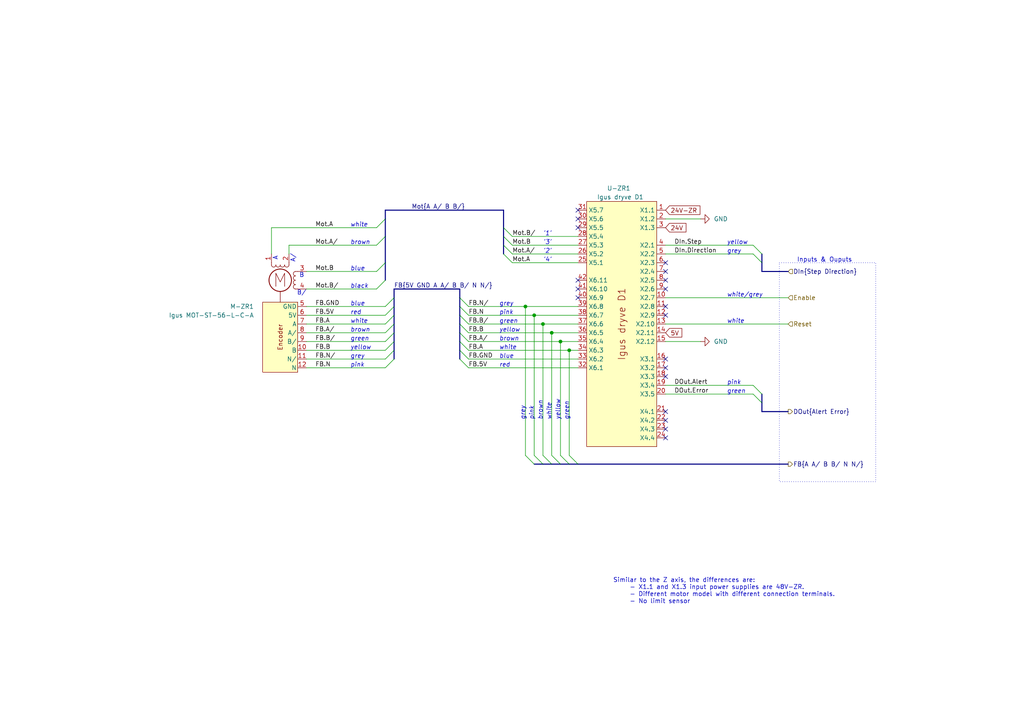
<source format=kicad_sch>
(kicad_sch (version 20250114) (generator "eeschema") (generator_version "9.0")
  (paper "A4")
  (title_block (title "Gantry Robot - Axis Z Rotation") (date "2024-03-18") (company "CITIC Research Center & Department of Computer Engineering, University of A Coruña."))
  (lib_symbols
    (symbol "Gantry_Robot_Components:Igus_dryve_D1"
      (property "Reference" "U" (at 40.64 12.7 0))
      (property "Value" "Igus dryve D1" (at 25.4 -12.7 0))
      (symbol "Igus_dryve_D1_1_1"
        (rectangle (start -35.56 10.16) (end 35.56 -10.16) (fill (type background)))
        (text "Igus dryve D1" (at 0 0 0) (effects (font (size 2 2))))
        (pin power_in line (at -33.02 12.7 270) (length 2.54) (name "X1.1") (number "1"))
        (pin power_out line (at -33.02 -12.7 90) (length 2.54) (name "X5.7") (number "31"))
        (pin power_in line (at -30.48 12.7 270) (length 2.54) (name "X1.2") (number "2"))
        (pin power_out line (at -30.48 -12.7 90) (length 2.54) (name "X5.6") (number "30"))
        (pin power_in line (at -27.94 12.7 270) (length 2.54) (name "X1.3") (number "3"))
        (pin passive line (at -27.94 -12.7 90) (length 2.54) (name "X5.5") (number "29"))
        (pin passive line (at -25.4 -12.7 90) (length 2.54) (name "X5.4") (number "28"))
        (pin input line (at -22.86 12.7 270) (length 2.54) (name "X2.1") (number "4"))
        (pin passive line (at -22.86 -12.7 90) (length 2.54) (name "X5.3") (number "27"))
        (pin input line (at -20.32 12.7 270) (length 2.54) (name "X2.2") (number "5"))
        (pin passive line (at -20.32 -12.7 90) (length 2.54) (name "X5.2") (number "26"))
        (pin input line (at -17.78 12.7 270) (length 2.54) (name "X2.3") (number "6"))
        (pin passive line (at -17.78 -12.7 90) (length 2.54) (name "X5.1") (number "25"))
        (pin input line (at -15.24 12.7 270) (length 2.54) (name "X2.4") (number "7"))
        (pin input line (at -12.7 12.7 270) (length 2.54) (name "X2.5") (number "8"))
        (pin input line (at -12.7 -12.7 90) (length 2.54) (name "X6.11") (number "42"))
        (pin input line (at -10.16 12.7 270) (length 2.54) (name "X2.6") (number "9"))
        (pin input line (at -10.16 -12.7 90) (length 2.54) (name "X6.10") (number "41"))
        (pin input line (at -7.62 12.7 270) (length 2.54) (name "X2.7") (number "10"))
        (pin input line (at -7.62 -12.7 90) (length 2.54) (name "X6.9") (number "40"))
        (pin input line (at -5.08 12.7 270) (length 2.54) (name "X2.8") (number "11"))
        (pin input line (at -5.08 -12.7 90) (length 2.54) (name "X6.8") (number "39"))
        (pin input line (at -2.54 12.7 270) (length 2.54) (name "X2.9") (number "12"))
        (pin input line (at -2.54 -12.7 90) (length 2.54) (name "X6.7") (number "38"))
        (pin input line (at 0 12.7 270) (length 2.54) (name "X2.10") (number "13"))
        (pin input line (at 0 -12.7 90) (length 2.54) (name "X6.6") (number "37"))
        (pin power_in line (at 2.54 12.7 270) (length 2.54) (name "X2.11") (number "14"))
        (pin input line (at 2.54 -12.7 90) (length 2.54) (name "X6.5") (number "36"))
        (pin power_in line (at 5.08 12.7 270) (length 2.54) (name "X2.12") (number "15"))
        (pin input line (at 5.08 -12.7 90) (length 2.54) (name "X6.4") (number "35"))
        (pin input line (at 7.62 -12.7 90) (length 2.54) (name "X6.3") (number "34"))
        (pin output line (at 10.16 12.7 270) (length 2.54) (name "X3.1") (number "16"))
        (pin power_out line (at 10.16 -12.7 90) (length 2.54) (name "X6.2") (number "33"))
        (pin output line (at 12.7 12.7 270) (length 2.54) (name "X3.2") (number "17"))
        (pin power_out line (at 12.7 -12.7 90) (length 2.54) (name "X6.1") (number "32"))
        (pin output line (at 15.24 12.7 270) (length 2.54) (name "X3.3") (number "18"))
        (pin output line (at 17.78 12.7 270) (length 2.54) (name "X3.4") (number "19"))
        (pin output line (at 20.32 12.7 270) (length 2.54) (name "X3.5") (number "20"))
        (pin power_out line (at 25.4 12.7 270) (length 2.54) (name "X4.1") (number "21"))
        (pin input line (at 27.94 12.7 270) (length 2.54) (name "X4.2") (number "22"))
        (pin input line (at 30.48 12.7 270) (length 2.54) (name "X4.3") (number "23"))
        (pin power_out line (at 33.02 12.7 270) (length 2.54) (name "X4.4") (number "24"))
      )
    )
    (symbol "Gantry_Robot_Components:Stepper_Motor_Bipolar_with_RS-422_Encoder" (pin_names (offset 0.3))
      (property "Reference" "M" (at 7.62 -11.43 0))
      (property "Value" "Stepper_Motor_Bipolar_with_RS-422_Encoder" (at 7.62 -12.7 0))
      (symbol "Stepper_Motor_Bipolar_with_RS-422_Encoder_0_0"
        (polyline (pts (xy -1.27 -1.778) (xy -1.27 2.032) (xy 0 -0.508) (xy 1.27 2.032) (xy 1.27 -1.778)))
      )
      (symbol "Stepper_Motor_Bipolar_with_RS-422_Encoder_0_1"
        (polyline (pts (xy -5.08 2.54) (xy -4.445 2.54)))
        (polyline (pts (xy -5.08 -2.54) (xy -4.445 -2.54)))
        (arc (start -4.445 2.54) (mid -3.8127 1.905) (end -4.445 1.27))
        (arc (start -4.445 1.27) (mid -3.8127 0.635) (end -4.445 0))
        (arc (start -4.445 0) (mid -3.8127 -0.635) (end -4.445 -1.27))
        (arc (start -4.445 -1.27) (mid -3.8127 -1.905) (end -4.445 -2.54))
        (polyline (pts (xy -2.54 5.08) (xy -2.54 4.445)))
        (arc (start -1.27 4.445) (mid -1.905 3.8127) (end -2.54 4.445))
        (arc (start 0 4.445) (mid -0.635 3.8127) (end -1.27 4.445))
        (circle (center 0 0) (radius 3.2512) (stroke (width 0.254)))
        (polyline (pts (xy 0 -3.302) (xy 0 -6.35)))
        (arc (start 1.27 4.445) (mid 0.635 3.8127) (end 0 4.445))
        (arc (start 2.54 4.445) (mid 1.905 3.8127) (end 1.27 4.445))
        (polyline (pts (xy 2.54 5.08) (xy 2.54 4.445)))
      )
      (symbol "Stepper_Motor_Bipolar_with_RS-422_Encoder_1_1"
        (rectangle (start -5.08 -6.35) (end 5.08 -26.67) (fill (type background)))
        (text "Encoder" (at 0 -16.51 900) (effects (font (size 1.27 1.27))))
        (pin passive line (at -7.62 2.54 0) (length 2.54) (name "~") (number "3"))
        (pin passive line (at -7.62 -2.54 0) (length 2.54) (name "~") (number "4"))
        (pin power_in line (at -7.62 -7.62 0) (length 2.54) (name "GND") (number "5"))
        (pin power_in line (at -7.62 -10.16 0) (length 2.54) (name "5V") (number "6"))
        (pin output line (at -7.62 -12.7 0) (length 2.54) (name "A") (number "7"))
        (pin output line (at -7.62 -15.24 0) (length 2.54) (name "A/") (number "8"))
        (pin output line (at -7.62 -17.78 0) (length 2.54) (name "B/") (number "9"))
        (pin output line (at -7.62 -20.32 0) (length 2.54) (name "B") (number "10"))
        (pin output line (at -7.62 -22.86 0) (length 2.54) (name "N/") (number "11"))
        (pin output line (at -7.62 -25.4 0) (length 2.54) (name "N") (number "12"))
        (pin passive line (at -2.54 7.62 270) (length 2.54) (name "~") (number "2"))
        (pin passive line (at 2.54 7.62 270) (length 2.54) (name "~") (number "1"))
      )
    )
    (symbol "power:GND" (power) (pin_names (offset 0))
      (property "Value" "GND" (at 0 -3.81 0))
      (symbol "GND_0_1"
        (polyline (pts (xy 0 0) (xy 0 -1.27) (xy 1.27 -1.27) (xy 0 -2.54) (xy -1.27 -1.27) (xy 0 -1.27)))
      )
      (symbol "GND_1_1"
        (pin power_in line (at 0 0 270) (length 0) (hide yes) (name "GND") (number "1"))
      )
    )
  )
  (rectangle (start 226.06 76.2) (end 254 139.7) (stroke (width 0) (type dot)))
  (text "pink" (at 101.6 106.68 0) (effects (font (size 1.27 1.27) (italic yes)) (justify left bottom)))
  (text "Inputs & Ouputs" (at 231.14 76.2 0) (effects (font (size 1.27 1.27)) (justify left bottom)))
  (text "red" (at 144.78 106.68 0) (effects (font (size 1.27 1.27) (italic yes)) (justify left bottom)))
  (text "green" (at 101.6 99.06 0) (effects (font (size 1.27 1.27) (italic yes)) (justify left bottom)))
  (text "grey" (at 101.6 104.14 0) (effects (font (size 1.27 1.27) (italic yes)) (justify left bottom)))
  (text "B/" (at 88.9 85.725 0) (effects (font (size 1.27 1.27)) (justify right bottom)))
  (text "red" (at 101.6 91.44 0) (effects (font (size 1.27 1.27) (italic yes)) (justify left bottom)))
  (text "B" (at 88.265 80.645 0) (effects (font (size 1.27 1.27)) (justify right bottom)))
  (text "yellow" (at 144.78 96.52 0) (effects (font (size 1.27 1.27) (italic yes)) (justify left bottom)))
  (text "grey" (at 144.78 88.9 0) (effects (font (size 1.27 1.27) (italic yes)) (justify left bottom)))
  (text "'4'" (at 157.48 76.2 0) (effects (font (size 1.27 1.27) (italic yes)) (justify left bottom)))
  (text "grey" (at 152.4 121.92 90) (effects (font (size 1.27 1.27) (italic yes)) (justify left bottom)))
  (text "'3'" (at 157.48 71.12 0) (effects (font (size 1.27 1.27) (italic yes)) (justify left bottom)))
  (text "green" (at 144.78 93.98 0) (effects (font (size 1.27 1.27) (italic yes)) (justify left bottom)))
  (text "white" (at 210.82 93.98 0) (effects (font (size 1.27 1.27) (italic yes)) (justify left bottom)))
  (text "green" (at 165.1 121.92 90) (effects (font (size 1.27 1.27) (italic yes)) (justify left bottom)))
  (text "brown" (at 101.6 96.52 0) (effects (font (size 1.27 1.27) (italic yes)) (justify left bottom)))
  (text "brown" (at 101.6 71.12 0) (effects (font (size 1.27 1.27) (italic yes)) (justify left bottom)))
  (text "white" (at 101.6 93.98 0) (effects (font (size 1.27 1.27) (italic yes)) (justify left bottom)))
  (text "'2'" (at 157.48 73.66 0) (effects (font (size 1.27 1.27) (italic yes)) (justify left bottom)))
  (text "pink" (at 210.82 111.76 0) (effects (font (size 1.27 1.27) (italic yes)) (justify left bottom)))
  (text "green" (at 210.82 114.3 0) (effects (font (size 1.27 1.27) (italic yes)) (justify left bottom)))
  (text "yellow" (at 210.82 71.12 0) (effects (font (size 1.27 1.27) (italic yes)) (justify left bottom)))
  (text "black" (at 101.6 83.82 0) (effects (font (size 1.27 1.27) (italic yes)) (justify left bottom)))
  (text "blue" (at 101.6 88.9 0) (effects (font (size 1.27 1.27) (italic yes)) (justify left bottom)))
  (text "white/grey" (at 210.82 86.36 0) (effects (font (size 1.27 1.27) (italic yes)) (justify left bottom)))
  (text "pink" (at 144.78 91.44 0) (effects (font (size 1.27 1.27) (italic yes)) (justify left bottom)))
  (text "yellow" (at 162.56 121.92 90) (effects (font (size 1.27 1.27) (italic yes)) (justify left bottom)))
  (text "grey" (at 210.82 73.66 0) (effects (font (size 1.27 1.27) (italic yes)) (justify left bottom)))
  (text "brown" (at 144.78 99.06 0) (effects (font (size 1.27 1.27) (italic yes)) (justify left bottom)))
  (text "blue" (at 101.6 78.74 0) (effects (font (size 1.27 1.27) (italic yes)) (justify left bottom)))
  (text "'1'" (at 157.48 68.58 0) (effects (font (size 1.27 1.27) (italic yes)) (justify left bottom)))
  (text "A" (at 80.645 75.565 90) (effects (font (size 1.27 1.27)) (justify left bottom)))
  (text "yellow" (at 101.6 101.6 0) (effects (font (size 1.27 1.27) (italic yes)) (justify left bottom)))
  (text "white" (at 101.6 66.04 0) (effects (font (size 1.27 1.27) (italic yes)) (justify left bottom)))
  (text "Similar to the Z axis, the differences are:\n	- X1.1 and X1.3 input power supplies are 48V-ZR.\n	- Different motor model with different connection terminals.\n	- No limit sensor" (at 177.8 175.26 0) (effects (font (size 1.27 1.27)) (justify left bottom)))
  (text "A/" (at 85.725 76.2 90) (effects (font (size 1.27 1.27)) (justify left bottom)))
  (text "brown" (at 157.48 121.92 90) (effects (font (size 1.27 1.27) (italic yes)) (justify left bottom)))
  (text "blue" (at 144.78 104.14 0) (effects (font (size 1.27 1.27) (italic yes)) (justify left bottom)))
  (text "pink" (at 154.94 121.92 90) (effects (font (size 1.27 1.27) (italic yes)) (justify left bottom)))
  (text "white" (at 144.78 101.6 0) (effects (font (size 1.27 1.27) (italic yes)) (justify left bottom)))
  (text "white" (at 160.02 121.92 90) (effects (font (size 1.27 1.27) (italic yes)) (justify left bottom)))
  (junction (at 152.4 88.9))
  (junction (at 157.48 93.98))
  (junction (at 162.56 99.06))
  (junction (at 160.02 96.52))
  (junction (at 165.1 101.6))
  (junction (at 154.94 91.44))
  (no_connect (at 167.64 83.82))
  (no_connect (at 167.64 66.04))
  (no_connect (at 167.64 86.36))
  (no_connect (at 193.04 78.74))
  (no_connect (at 193.04 81.28))
  (no_connect (at 193.04 83.82))
  (no_connect (at 193.04 106.68))
  (no_connect (at 193.04 121.92))
  (no_connect (at 193.04 127))
  (no_connect (at 193.04 104.14))
  (no_connect (at 167.64 60.96))
  (no_connect (at 167.64 63.5))
  (no_connect (at 193.04 88.9))
  (no_connect (at 167.64 81.28))
  (no_connect (at 193.04 119.38))
  (no_connect (at 193.04 76.2))
  (no_connect (at 193.04 109.22))
  (no_connect (at 193.04 91.44))
  (no_connect (at 193.04 124.46))
  (bus_entry (at 109.22 66.04) (size 2.54 -2.54))
  (bus_entry (at 133.35 104.14) (size 2.54 2.54))
  (bus_entry (at 111.76 91.44) (size 2.54 -2.54))
  (bus_entry (at 148.59 76.2) (size -2.54 -2.54))
  (bus_entry (at 111.76 106.68) (size 2.54 -2.54))
  (bus_entry (at 218.44 111.76) (size 2.54 2.54))
  (bus_entry (at 111.76 93.98) (size 2.54 -2.54))
  (bus_entry (at 154.94 132.08) (size 2.54 2.54))
  (bus_entry (at 148.59 73.66) (size -2.54 -2.54))
  (bus_entry (at 133.35 101.6) (size 2.54 2.54))
  (bus_entry (at 218.44 71.12) (size 2.54 2.54))
  (bus_entry (at 218.44 114.3) (size 2.54 2.54))
  (bus_entry (at 218.44 73.66) (size 2.54 2.54))
  (bus_entry (at 111.76 104.14) (size 2.54 -2.54))
  (bus_entry (at 157.48 132.08) (size 2.54 2.54))
  (bus_entry (at 111.76 96.52) (size 2.54 -2.54))
  (bus_entry (at 109.22 83.82) (size 2.54 -2.54))
  (bus_entry (at 133.35 96.52) (size 2.54 2.54))
  (bus_entry (at 160.02 132.08) (size 2.54 2.54))
  (bus_entry (at 111.76 99.06) (size 2.54 -2.54))
  (bus_entry (at 162.56 132.08) (size 2.54 2.54))
  (bus_entry (at 109.22 78.74) (size 2.54 -2.54))
  (bus_entry (at 152.4 132.08) (size 2.54 2.54))
  (bus_entry (at 148.59 68.58) (size -2.54 -2.54))
  (bus_entry (at 111.76 101.6) (size 2.54 -2.54))
  (bus_entry (at 148.59 71.12) (size -2.54 -2.54))
  (bus_entry (at 109.22 71.12) (size 2.54 -2.54))
  (bus_entry (at 135.89 88.9) (size -2.54 -2.54))
  (bus_entry (at 133.35 91.44) (size 2.54 2.54))
  (bus_entry (at 133.35 93.98) (size 2.54 2.54))
  (bus_entry (at 165.1 132.08) (size 2.54 2.54))
  (bus_entry (at 133.35 88.9) (size 2.54 2.54))
  (bus_entry (at 111.76 88.9) (size 2.54 -2.54))
  (bus_entry (at 133.35 99.06) (size 2.54 2.54))
  (bus (pts (xy 167.64 134.62) (xy 228.6 134.62)))
  (bus (pts (xy 220.98 116.84) (xy 220.98 119.38)))
  (wire (pts (xy 162.56 99.06) (xy 167.64 99.06)))
  (wire (pts (xy 88.9 83.82) (xy 109.22 83.82)))
  (bus (pts (xy 160.02 134.62) (xy 162.56 134.62)))
  (wire (pts (xy 78.74 66.04) (xy 109.22 66.04)))
  (wire (pts (xy 162.56 99.06) (xy 162.56 132.08)))
  (wire (pts (xy 203.2 99.06) (xy 193.04 99.06)))
  (wire (pts (xy 88.9 106.68) (xy 111.76 106.68)))
  (wire (pts (xy 160.02 96.52) (xy 167.64 96.52)))
  (wire (pts (xy 157.48 93.98) (xy 135.89 93.98)))
  (bus (pts (xy 111.76 76.2) (xy 111.76 81.28)))
  (wire (pts (xy 165.1 101.6) (xy 165.1 132.08)))
  (wire (pts (xy 160.02 96.52) (xy 135.89 96.52)))
  (wire (pts (xy 167.64 106.68) (xy 135.89 106.68)))
  (bus (pts (xy 111.76 63.5) (xy 111.76 68.58)))
  (bus (pts (xy 220.98 73.66) (xy 220.98 76.2)))
  (bus (pts (xy 114.3 96.52) (xy 114.3 99.06)))
  (bus (pts (xy 133.35 83.82) (xy 133.35 86.36)))
  (wire (pts (xy 157.48 93.98) (xy 157.48 132.08)))
  (bus (pts (xy 133.35 101.6) (xy 133.35 99.06)))
  (wire (pts (xy 193.04 73.66) (xy 218.44 73.66)))
  (bus (pts (xy 133.35 91.44) (xy 133.35 88.9)))
  (wire (pts (xy 152.4 88.9) (xy 152.4 132.08)))
  (wire (pts (xy 167.64 71.12) (xy 148.59 71.12)))
  (wire (pts (xy 193.04 86.36) (xy 228.6 86.36)))
  (bus (pts (xy 165.1 134.62) (xy 167.64 134.62)))
  (wire (pts (xy 218.44 114.3) (xy 193.04 114.3)))
  (bus (pts (xy 146.05 66.04) (xy 146.05 60.96)))
  (wire (pts (xy 160.02 96.52) (xy 160.02 132.08)))
  (wire (pts (xy 88.9 78.74) (xy 109.22 78.74)))
  (wire (pts (xy 152.4 88.9) (xy 135.89 88.9)))
  (wire (pts (xy 167.64 68.58) (xy 148.59 68.58)))
  (bus (pts (xy 111.76 60.96) (xy 111.76 63.5)))
  (wire (pts (xy 88.9 99.06) (xy 111.76 99.06)))
  (wire (pts (xy 167.64 76.2) (xy 148.59 76.2)))
  (bus (pts (xy 133.35 88.9) (xy 133.35 86.36)))
  (bus (pts (xy 220.98 119.38) (xy 228.6 119.38)))
  (bus (pts (xy 114.3 99.06) (xy 114.3 101.6)))
  (wire (pts (xy 152.4 88.9) (xy 167.64 88.9)))
  (wire (pts (xy 154.94 91.44) (xy 135.89 91.44)))
  (bus (pts (xy 114.3 93.98) (xy 114.3 96.52)))
  (bus (pts (xy 114.3 91.44) (xy 114.3 93.98)))
  (wire (pts (xy 88.9 101.6) (xy 111.76 101.6)))
  (wire (pts (xy 167.64 73.66) (xy 148.59 73.66)))
  (bus (pts (xy 220.98 114.3) (xy 220.98 116.84)))
  (wire (pts (xy 167.64 101.6) (xy 165.1 101.6)))
  (bus (pts (xy 133.35 99.06) (xy 133.35 96.52)))
  (wire (pts (xy 83.82 73.66) (xy 83.82 71.12)))
  (wire (pts (xy 193.04 71.12) (xy 218.44 71.12)))
  (wire (pts (xy 154.94 91.44) (xy 167.64 91.44)))
  (bus (pts (xy 114.3 83.82) (xy 133.35 83.82)))
  (wire (pts (xy 88.9 91.44) (xy 111.76 91.44)))
  (bus (pts (xy 114.3 88.9) (xy 114.3 91.44)))
  (bus (pts (xy 146.05 66.04) (xy 146.05 68.58)))
  (wire (pts (xy 162.56 99.06) (xy 135.89 99.06)))
  (bus (pts (xy 154.94 134.62) (xy 157.48 134.62)))
  (wire (pts (xy 165.1 101.6) (xy 135.89 101.6)))
  (bus (pts (xy 157.48 134.62) (xy 160.02 134.62)))
  (wire (pts (xy 88.9 93.98) (xy 111.76 93.98)))
  (wire (pts (xy 83.82 71.12) (xy 109.22 71.12)))
  (bus (pts (xy 114.3 86.36) (xy 114.3 88.9)))
  (wire (pts (xy 193.04 93.98) (xy 228.6 93.98)))
  (bus (pts (xy 114.3 101.6) (xy 114.3 104.14)))
  (wire (pts (xy 135.89 104.14) (xy 167.64 104.14)))
  (bus (pts (xy 146.05 71.12) (xy 146.05 73.66)))
  (wire (pts (xy 193.04 63.5) (xy 203.2 63.5)))
  (bus (pts (xy 133.35 96.52) (xy 133.35 93.98)))
  (bus (pts (xy 111.76 68.58) (xy 111.76 76.2)))
  (wire (pts (xy 78.74 73.66) (xy 78.74 66.04)))
  (bus (pts (xy 220.98 78.74) (xy 228.6 78.74)))
  (bus (pts (xy 146.05 68.58) (xy 146.05 71.12)))
  (wire (pts (xy 88.9 104.14) (xy 111.76 104.14)))
  (bus (pts (xy 133.35 104.14) (xy 133.35 101.6)))
  (wire (pts (xy 157.48 93.98) (xy 167.64 93.98)))
  (wire (pts (xy 88.9 96.52) (xy 111.76 96.52)))
  (bus (pts (xy 111.76 60.96) (xy 146.05 60.96)))
  (bus (pts (xy 114.3 86.36) (xy 114.3 83.82)))
  (bus (pts (xy 133.35 93.98) (xy 133.35 91.44)))
  (wire (pts (xy 154.94 91.44) (xy 154.94 132.08)))
  (bus (pts (xy 220.98 76.2) (xy 220.98 78.74)))
  (wire (pts (xy 218.44 111.76) (xy 193.04 111.76)))
  (wire (pts (xy 88.9 88.9) (xy 111.76 88.9)))
  (bus (pts (xy 162.56 134.62) (xy 165.1 134.62)))
  (label "DOut.Error" (at 195.58 114.3 0))
  (label "FB.N{slash}" (at 91.44 104.14 0))
  (label "Mot.B" (at 148.59 71.12 0))
  (label "Mot.A" (at 91.44 66.04 0))
  (label "FB.5V" (at 91.44 91.44 0))
  (label "Mot.A{slash}" (at 148.59 73.66 0))
  (label "FB.A" (at 91.44 93.98 0))
  (label "Mot.A" (at 148.59 76.2 0))
  (label "FB.N{slash}" (at 135.89 88.9 0))
  (label "Mot.B" (at 91.44 78.74 0))
  (label "FB.A" (at 135.89 101.6 0))
  (label "FB.B{slash}" (at 135.89 93.98 0))
  (label "DIn.Step" (at 195.58 71.12 0))
  (label "FB.N" (at 91.44 106.68 0))
  (label "Mot.B{slash}" (at 148.59 68.58 0))
  (label "FB.N" (at 135.89 91.44 0))
  (label "FB.A{slash}" (at 135.89 99.06 0))
  (label "FB.GND" (at 135.89 104.14 0))
  (label "FB.5V" (at 135.89 106.68 0))
  (label "Mot.B{slash}" (at 91.44 83.82 0))
  (label "Mot{A A{slash} B B{slash}}" (at 119.38 60.96 0))
  (label "FB.A{slash}" (at 91.44 96.52 0))
  (label "Mot.A{slash}" (at 91.44 71.12 0))
  (label "FB.B" (at 91.44 101.6 0))
  (label "FB.B{slash}" (at 91.44 99.06 0))
  (label "DIn.Direction" (at 195.58 73.66 0))
  (label "FB.B" (at 135.89 96.52 0))
  (label "FB.GND" (at 91.44 88.9 0))
  (label "FB{5V GND A A{slash} B B{slash} N N{slash}}" (at 114.3 83.82 0))
  (label "DOut.Alert" (at 195.58 111.76 0))
  (global_label "24V-ZR" (shape input) (at 193.04 60.96 0) (property "Intersheetrefs" "${INTERSHEET_REFS}" (effects (hide yes))))
  (global_label "5V" (shape input) (at 193.04 96.52 0) (property "Intersheetrefs" "${INTERSHEET_REFS}" (effects (hide yes))))
  (global_label "24V" (shape input) (at 193.04 66.04 0) (property "Intersheetrefs" "${INTERSHEET_REFS}" (effects (hide yes))))
  (hierarchical_label "DIn{Step Direction}" (shape input) (at 228.6 78.74 0))
  (hierarchical_label "Enable" (shape input) (at 228.6 86.36 0))
  (hierarchical_label "FB{A A{slash} B B{slash} N N{slash}}" (shape output) (at 228.6 134.62 0))
  (hierarchical_label "Reset" (shape input) (at 228.6 93.98 0))
  (hierarchical_label "DOut{Alert Error}" (shape output) (at 228.6 119.38 0))
  (symbol (lib_id "Gantry_Robot_Components:Stepper_Motor_Bipolar_with_RS-422_Encoder") (at 81.28 81.28 0) (mirror y) (unit 1)
    (property "Reference" "M-ZR1" (at 73.66 88.9 0) (effects (justify left)))
    (property "Value" "Igus MOT-ST-56-L-C-A" (at 73.66 91.44 0) (effects (justify left)))
    (property "Datasheet" "http://www.infineon.com/dgdl/Application-Note-TLE8110EE_driving_UniPolarStepperMotor_V1.1.pdf?fileId=db3a30431be39b97011be5d0aa0a00b0" (effects (hide yes)))
  )
  (symbol (lib_id "Gantry_Robot_Components:Igus_dryve_D1") (at 180.34 93.98 270) (unit 1)
    (property "Reference" "U-ZR1" (at 182.88 54.61 90) (effects (justify right)))
    (property "Value" "Igus dryve D1" (at 186.69 57.15 90) (effects (justify right)))
    (property "Datasheet" "https://igus.widen.net/content/lx2pnlx7jc/original/Operating%20Manual%20dryve%20D1%20V3.0.1.pdf" (effects (hide yes)))
  )
  (symbol (lib_id "power:GND") (at 203.2 63.5 90) (mirror x) (unit 1)
    (property "Reference" "#PWR044" (effects (hide yes)))
    (property "Value" "GND" (at 207.01 63.5 90) (effects (justify right)))
  )
  (symbol (lib_id "power:GND") (at 203.2 99.06 90) (unit 1)
    (property "Reference" "#PWR045" (effects (hide yes)))
    (property "Value" "GND" (at 207.01 99.06 90) (effects (justify right)))
  )
)
</source>
